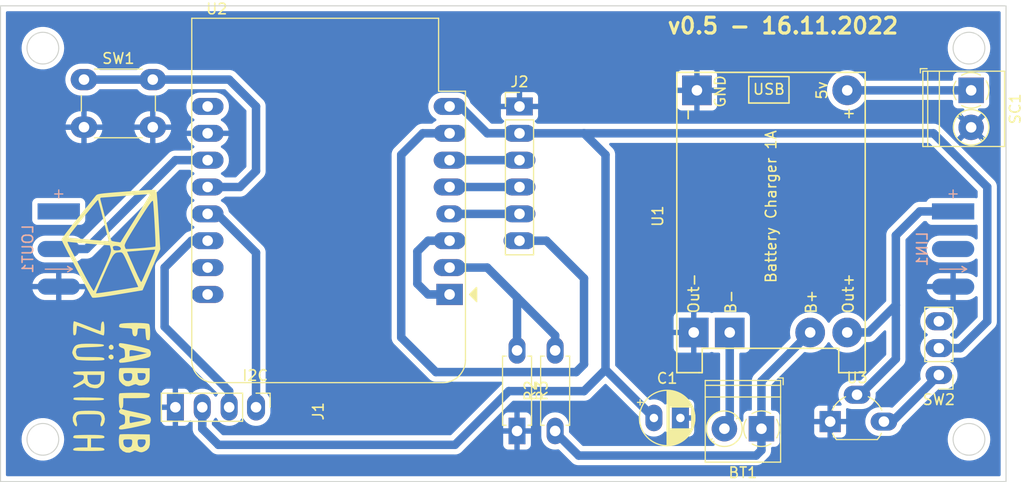
<source format=kicad_pcb>
(kicad_pcb (version 20211014) (generator pcbnew)
  (layers (0 "F.Cu" signal) (31 "B.Cu" signal) (34 "B.Paste" user) (35 "F.Paste" user) (36 "B.SilkS" user "B.Silkscreen") (37 "F.SilkS" user "F.Silkscreen") (38 "B.Mask" user) (39 "F.Mask" user) (44 "Edge.Cuts" user))
  (net 0 "")
  (net 1 "BATTERY")
  (net 2 "Net-(BT1-Pad2)")
  (net 3 "+3V3")
  (net 4 "GND")
  (net 5 "Neopixel")
  (net 6 "RST")
  (net 7 "SCK")
  (net 8 "MISO")
  (net 10 "MOSI")
  (net 11 "CS")
  (net 12 "SDA")
  (net 13 "SCL")
  (net 17 "Net-(SC1-Pad1)")
  (net 18 "A0")
  (net 19 "ROTARY_SWITCH")
  (net 20 "Net-(U3-Pad3)")
  (net 21 "/VOUT")
  (footprint "Connector_PinHeader_2.54mm:PinHeader_1x04_P2.54mm_Vertical" (layer "F.Cu") (at 104.14 92.964 -90)
    (fp_text reference "J1" (at 0.3836 -5.8776 -270) (layer "F.SilkS"))
    (fp_text value "I2C" (at -3 0.08) (layer "F.SilkS"))
    (pad "1" thru_hole oval (at 0 0 270) (size 2.5 1.7) (drill 1) (layers *.Cu *.Mask) (net 12 "SDA"))
    (pad "2" thru_hole oval (at 0 2.54 270) (size 2.5 1.6) (drill 1) (layers *.Cu *.Mask) (net 13 "SCL"))
    (pad "3" thru_hole oval (at 0 5.08 270) (size 2.5 1.6) (drill 1) (layers *.Cu *.Mask) (net 3 "+3V3"))
    (pad "4" thru_hole rect (at 0 7.62 270) (size 2.5 1.6) (drill 1) (layers *.Cu *.Mask) (net 4 "GND"))
  )
  (footprint "Package_TO_SOT_THT:TO-92L_Wide" (layer "F.Cu") (at 158.3835 94.322)
    (fp_text reference "U3" (at 2.55 -4.15) (layer "F.SilkS"))
    (fp_text value "MCP1700-3302E")
    (pad "1" thru_hole rect (at 0 0) (size 2 2) (drill 1) (layers *.Cu *.Mask) (net 4 "GND"))
    (pad "2" thru_hole oval (at 2.54 -2.54) (size 2.5 1.7) (drill 1) (layers *.Cu *.Mask) (net 21 "/VOUT"))
    (pad "3" thru_hole oval (at 5.08 0) (size 2.5 1.7) (drill 1) (layers *.Cu *.Mask) (net 20 "Net-(U3-Pad3)"))
  )
  (footprint "Module:WEMOS_D1_mini_light" (layer "F.Cu") (at 122.428 82.296 180)
    (fp_text reference "U2" (at 22 27) (layer "F.SilkS"))
    (fp_text value "WeMos_D1_mini")
    (pad "1" thru_hole rect (at 0 0 180) (size 2.5 2) (drill 1) (layers *.Cu *.Mask) (net 6 "RST"))
    (pad "2" thru_hole oval (at 0 2.54 180) (size 3 1.6) (drill 1) (layers *.Cu *.Mask) (net 18 "A0"))
    (pad "3" thru_hole oval (at 0 5.08 180) (size 3 1.6) (drill 1) (layers *.Cu *.Mask) (net 6 "RST"))
    (pad "4" thru_hole oval (at 0 7.62 180) (size 2.5 1.6) (drill 1) (layers *.Cu *.Mask) (net 7 "SCK"))
    (pad "5" thru_hole oval (at 0 10.16 180) (size 3 1.6) (drill 1) (layers *.Cu *.Mask) (net 8 "MISO"))
    (pad "6" thru_hole oval (at 0 12.7 180) (size 3 1.6) (drill 1) (layers *.Cu *.Mask) (net 10 "MOSI"))
    (pad "7" thru_hole oval (at 0 15.24 180) (size 3 1.6) (drill 1) (layers *.Cu *.Mask) (net 11 "CS"))
    (pad "8" thru_hole oval locked (at 0 17.78 180) (size 3 1.6) (drill 1) (layers *.Cu *.Mask) (net 3 "+3V3"))
    (pad "9" thru_hole oval (at 22.86 17.78 180) (size 3 1.6) (drill 1) (layers *.Cu *.Mask))
    (pad "10" thru_hole oval (at 22.86 15.24 180) (size 3 1.6) (drill 1) (layers *.Cu *.Mask) (net 4 "GND"))
    (pad "11" thru_hole oval (at 22.86 12.7 180) (size 3 1.6) (drill 1) (layers *.Cu *.Mask) (net 5 "Neopixel"))
    (pad "12" thru_hole oval (at 22.86 10.16 180) (size 3 1.6) (drill 1) (layers *.Cu *.Mask) (net 19 "ROTARY_SWITCH"))
    (pad "13" thru_hole oval (at 22.86 7.62 180) (size 3 1.6) (drill 1) (layers *.Cu *.Mask) (net 12 "SDA"))
    (pad "14" thru_hole oval (at 22.86 5.08 180) (size 3 1.6) (drill 1) (layers *.Cu *.Mask) (net 13 "SCL"))
    (pad "15" thru_hole oval (at 22.86 2.54 180) (size 3 1.6) (drill 1) (layers *.Cu *.Mask))
    (pad "16" thru_hole oval (at 22.86 0 180) (size 3 1.6) (drill 1) (layers *.Cu *.Mask))
  )
  (footprint "Connector_PinHeader_2.54mm:PinHeader_1x06_P2.54mm_Vertical" (layer "F.Cu") (at 129.032 64.516)
    (fp_text reference "J2" (at 0 -2.33) (layer "F.SilkS"))
    (fp_text value "Conn_01x06_Male")
    (pad "1" thru_hole rect (at 0 0) (size 2.5 1.7) (drill 1) (layers *.Cu *.Mask) (net 4 "GND"))
    (pad "2" thru_hole oval (at 0 2.54) (size 3 1.6) (drill 1) (layers *.Cu *.Mask) (net 3 "+3V3"))
    (pad "3" thru_hole oval (at 0 5.08) (size 3 1.6) (drill 1) (layers *.Cu *.Mask) (net 10 "MOSI"))
    (pad "4" thru_hole oval (at 0 7.62) (size 3 1.6) (drill 1) (layers *.Cu *.Mask) (net 8 "MISO"))
    (pad "5" thru_hole oval (at 0 10.16) (size 3 1.6) (drill 1) (layers *.Cu *.Mask) (net 7 "SCK"))
    (pad "6" thru_hole oval (at 0 12.7) (size 3 1.6) (drill 1) (layers *.Cu *.Mask) (net 11 "CS"))
  )
  (footprint "Button_Switch_THT:SW_PUSH_6mm_H4.3mm" (layer "F.Cu") (at 87.884 61.976)
    (fp_text reference "SW1" (at 3.25 -2) (layer "F.SilkS"))
    (fp_text value "SW_Push")
    (pad "1" thru_hole oval (at 0 0) (size 2.5 2) (drill 1) (layers *.Cu *.Mask) (net 19 "ROTARY_SWITCH"))
    (pad "1" thru_hole oval (at 6.5 0) (size 2.5 2) (drill 1) (layers *.Cu *.Mask) (net 19 "ROTARY_SWITCH"))
    (pad "2" thru_hole oval (at 6.5 4.5) (size 2.5 2) (drill 1) (layers *.Cu *.Mask) (net 4 "GND"))
    (pad "2" thru_hole oval (at 0 4.5) (size 2.5 2) (drill 1) (layers *.Cu *.Mask) (net 4 "GND"))
  )
  (footprint "Capacitor_THT:CP_Radial_D5.0mm_P2.50mm" (layer "F.Cu") (at 141.732 93.98)
    (fp_text reference "C1" (at 1.25 -3.75) (layer "F.SilkS"))
    (fp_text value "C_Polarized")
    (pad "1" thru_hole oval (at 0 0) (size 1.6 2.5) (drill 0.8) (layers *.Cu *.Mask) (net 3 "+3V3"))
    (pad "2" thru_hole rect (at 2.5 0) (size 1.6 2.5) (drill 0.8) (layers *.Cu *.Mask) (net 4 "GND"))
  )
  (footprint "Connector_PinHeader_2.54mm:PinHeader_1x03_P2.54mm_Vertical" (layer "F.Cu") (at 168.656 89.916 180)
    (fp_text reference "SW2" (at 0 -2.33) (layer "F.SilkS"))
    (fp_text value "ON_OFF")
    (pad "1" thru_hole oval (at 0 0 180) (size 2.5 1.7) (drill 1) (layers *.Cu *.Mask) (net 20 "Net-(U3-Pad3)"))
    (pad "2" thru_hole oval (at 0 2.54 180) (size 2.5 1.7) (drill 1) (layers *.Cu *.Mask) (net 3 "+3V3"))
    (pad "3" thru_hole oval (at 0 5.08 180) (size 2.5 1.7) (drill 1) (layers *.Cu *.Mask))
  )
  (footprint "LOGO" (layer "F.Cu") (at 91.174207 85.080142 -90)
    (fp_text reference "G***" hide)
    (fp_text value "LOGO" hide)
  )
  (footprint "TerminalBlock_Phoenix:TerminalBlock_Phoenix_PT-1,5-2-3.5-H_1x02_P3.50mm_Horizontal" (layer "F.Cu") (at 151.892 94.996 180)
    (fp_text reference "BT1" (at 1.75 -4.16) (layer "F.SilkS"))
    (fp_text value "Battery_Cell")
    (pad "1" thru_hole rect (at 0 0 180) (size 2.4 2.4) (drill 1) (layers *.Cu *.Mask) (net 1 "BATTERY"))
    (pad "2" thru_hole circle (at 3.5 0 180) (size 2.4 2.4) (drill 1) (layers *.Cu *.Mask) (net 2 "Net-(BT1-Pad2)"))
  )
  (footprint "Resistor_THT:R_Axial_DIN0207_L6.3mm_D2.5mm_P7.62mm_Horizontal" (layer "F.Cu") (at 128.8 87.59 -90)
    (fp_text reference "R3" (at 3.81 -2.37 90) (layer "F.SilkS"))
    (fp_text value "R")
    (pad "1" thru_hole oval (at 0 0 270) (size 2.5 1.6) (drill 1) (layers *.Cu *.Mask) (net 18 "A0"))
    (pad "2" thru_hole rect (at 7.62 0 270) (size 2.5 1.6) (drill 1) (layers *.Cu *.Mask) (net 4 "GND"))
  )
  (footprint "TP4056:TP4056" (layer "F.Cu") (at 161.696 61.292 -90)
    (fp_text reference "U1" (at 13.6 19.6 -270) (layer "F.SilkS"))
    (fp_text value "TP4056")
    (fp_text user "+" (at 3.9 1.6 -270) (layer "F.SilkS"))
    (fp_text user "Battery Charger 1A" (at 12.7 8.9 -270) (layer "F.SilkS"))
    (fp_text user "B+" (at 21.7 5.1 -270) (layer "F.SilkS"))
    (fp_text user "Out-" (at 20.9 16.2 -270) (layer "F.SilkS"))
    (fp_text user "-" (at 4 16.8 -270) (layer "F.SilkS"))
    (fp_text user "USB" (at 1.6 9.1) (layer "F.SilkS"))
    (fp_text user "B-" (at 21.7 12.7 -270) (layer "F.SilkS"))
    (fp_text user "5v" (at 1.7 4.1 -270) (layer "F.SilkS"))
    (fp_text user "GND" (at 1.8 13.7 -270) (layer "F.SilkS"))
    (fp_text user "Out+" (at 20.9 1.6 -270) (layer "F.SilkS"))
    (pad "1" thru_hole circle locked (at 1.7 1.7 270) (size 2.8 2.8) (drill 1) (layers *.Cu *.Mask) (net 17 "Net-(SC1-Pad1)"))
    (pad "2" thru_hole rect locked (at 1.7 15.9 270) (size 2.8 2.8) (drill 1) (layers *.Cu *.Mask) (net 4 "GND"))
    (pad "3" thru_hole circle locked (at 24.6 1.7 270) (size 2.8 2.8) (drill 1) (layers *.Cu *.Mask) (net 21 "/VOUT"))
    (pad "4" thru_hole rect locked (at 24.6 16.2 270) (size 2.8 2.8) (drill 1) (layers *.Cu *.Mask) (net 4 "GND"))
    (pad "5" thru_hole circle locked (at 24.6 5.2 270) (size 2.8 2.8) (drill 1) (layers *.Cu *.Mask) (net 1 "BATTERY"))
    (pad "6" thru_hole rect locked (at 24.6 12.8 270) (size 2.8 2.8) (drill 1) (layers *.Cu *.Mask) (net 2 "Net-(BT1-Pad2)"))
  )
  (footprint "TerminalBlock_Phoenix:TerminalBlock_Phoenix_PT-1,5-2-3.5-H_1x02_P3.50mm_Horizontal" (layer "F.Cu") (at 171.704 62.992 -90)
    (fp_text reference "SC1" (at 1.75 -4.16 90) (layer "F.SilkS"))
    (fp_text value "Solar_Cell")
    (pad "1" thru_hole rect (at 0 0 270) (size 2.4 2.4) (drill 1) (layers *.Cu *.Mask) (net 17 "Net-(SC1-Pad1)"))
    (pad "2" thru_hole circle (at 3.5 0 270) (size 2.4 2.4) (drill 1) (layers *.Cu *.Mask) (net 4 "GND"))
  )
  (footprint "Resistor_THT:R_Axial_DIN0207_L6.3mm_D2.5mm_P7.62mm_Horizontal" (layer "F.Cu") (at 132.4 95.21 90)
    (fp_text reference "R2" (at 3.81 -2.37 90) (layer "F.SilkS"))
    (fp_text value "R")
    (pad "1" thru_hole oval (at 0 0 90) (size 2.5 1.6) (drill 1) (layers *.Cu *.Mask) (net 1 "BATTERY"))
    (pad "2" thru_hole oval (at 7.62 0 90) (size 2.5 1.6) (drill 1) (layers *.Cu *.Mask) (net 18 "A0"))
  )
  (footprint "NeopixelStrip:LED-Strip" (layer "B.Cu") (at 85.5 78 -90)
    (fp_text reference "LOUT1" (at 0 2.921 90 unlocked) (layer "B.SilkS") (effects (justify mirror)))
    (fp_text value "LEDs_Out" hide)
    (pad "1" connect rect (at -3.556 0 270) (size 1.524 4) (layers "B.Cu" "B.Mask"))
    (pad "2" connect oval (at 0 0 270) (size 1.524 4) (layers "B.Cu" "B.Mask") (net 5 "Neopixel"))
    (pad "3" connect oval (at 3.556 0 270) (size 1.524 4) (layers "B.Cu" "B.Mask") (net 4 "GND"))
  )
  (footprint "NeopixelStrip:LED-Strip" (layer "B.Cu") (at 170 78 -90)
    (fp_text reference "LIN1" (at 0 2.921 90 unlocked) (layer "B.SilkS") (effects (justify mirror)))
    (fp_text value "LEDs_In" hide)
    (pad "1" connect rect (at -3.556 0 270) (size 1.524 4) (layers "B.Cu" "B.Mask") (net 21 "/VOUT"))
    (pad "2" connect oval (at 0 0 270) (size 1.524 4) (layers "B.Cu" "B.Mask"))
    (pad "3" connect oval (at 3.556 0 270) (size 1.524 4) (layers "B.Cu" "B.Mask") (net 4 "GND"))
  )
  (gr_circle (center 171.5 59) (end 173 59) (layer "Edge.Cuts") (width 0.1) (fill none))
  (gr_circle (center 84 96) (end 85.5 96) (layer "Edge.Cuts") (width 0.1) (fill none))
  (gr_circle (center 84 59) (end 85.5 59) (layer "Edge.Cuts") (width 0.1) (fill none))
  (gr_circle (center 171.5 96) (end 173 96) (layer "Edge.Cuts") (width 0.1) (fill none))
  (gr_rect (start 80 100) (end 175 55) (layer "Edge.Cuts") (width 0.1) (fill none))
  (gr_text "v0.5 - 16.11.2022" (at 153.924 56.896) (layer "F.SilkS") (effects (font (size 1.5 1.5) (thickness 0.3))))
  (segment (start 132.4 95.316) (end 132.4 95.21) (width 0.8) (layer "B.Cu") (net 1))
  (segment (start 134.62 97.536) (end 132.4 95.316) (width 0.8) (layer "B.Cu") (net 1))
  (segment (start 151.384 97.536) (end 134.62 97.536) (width 0.8) (layer "B.Cu") (net 1))
  (segment (start 151.892 94.996) (end 151.892 97.028) (width 0.8) (layer "B.Cu") (net 1))
  (segment (start 151.892 97.028) (end 151.384 97.536) (width 0.8) (layer "B.Cu") (net 1))
  (segment (start 151.892 94.996) (end 151.892 90.496) (width 0.8) (layer "B.Cu") (net 1))
  (segment (start 151.892 90.496) (end 156.496 85.892) (width 0.8) (layer "B.Cu") (net 1))
  (segment (start 148.896 85.892) (end 148.896 94.492) (width 0.8) (layer "B.Cu") (net 2))
  (segment (start 148.896 94.492) (end 148.392 94.996) (width 0.8) (layer "B.Cu") (net 2))
  (segment (start 135.128 91.44) (end 128.016 91.44) (width 0.8) (layer "B.Cu") (net 3))
  (segment (start 137.16 69.088) (end 137.16 89.408) (width 0.8) (layer "B.Cu") (net 3))
  (segment (start 128.016 91.44) (end 122.936 96.52) (width 0.8) (layer "B.Cu") (net 3))
  (segment (start 135.128 67.056) (end 137.16 69.088) (width 0.8) (layer "B.Cu") (net 3))
  (segment (start 123.444 64.516) (end 122.428 64.516) (width 0.8) (layer "B.Cu") (net 3))
  (segment (start 100.584 96.52) (end 99.06 94.996) (width 0.8) (layer "B.Cu") (net 3))
  (segment (start 122.936 96.52) (end 100.584 96.52) (width 0.8) (layer "B.Cu") (net 3))
  (segment (start 141.732 93.98) (end 137.16 89.408) (width 0.8) (layer "B.Cu") (net 3))
  (segment (start 170.688 87.376) (end 168.656 87.376) (width 0.8) (layer "B.Cu") (net 3))
  (segment (start 168.148 67.056) (end 173.228 72.136) (width 0.8) (layer "B.Cu") (net 3))
  (segment (start 99.06 94.996) (end 99.06 92.964) (width 0.8) (layer "B.Cu") (net 3))
  (segment (start 173.228 84.836) (end 170.688 87.376) (width 0.8) (layer "B.Cu") (net 3))
  (segment (start 173.228 72.136) (end 173.228 84.836) (width 0.8) (layer "B.Cu") (net 3))
  (segment (start 125.984 67.056) (end 123.444 64.516) (width 0.8) (layer "B.Cu") (net 3))
  (segment (start 129.032 67.056) (end 125.984 67.056) (width 0.8) (layer "B.Cu") (net 3))
  (segment (start 129.032 67.056) (end 135.128 67.056) (width 0.8) (layer "B.Cu") (net 3))
  (segment (start 137.16 89.408) (end 135.128 91.44) (width 0.8) (layer "B.Cu") (net 3))
  (segment (start 135.128 67.056) (end 168.148 67.056) (width 0.8) (layer "B.Cu") (net 3))
  (segment (start 96.52 69.596) (end 99.568 69.596) (width 0.8) (layer "B.Cu") (net 5))
  (segment (start 88.116 78) (end 96.52 69.596) (width 0.8) (layer "B.Cu") (net 5))
  (segment (start 85.5 78) (end 88.116 78) (width 0.8) (layer "B.Cu") (net 5))
  (segment (start 119.38 81.28) (end 120.396 82.296) (width 0.8) (layer "B.Cu") (net 6))
  (segment (start 120.396 82.296) (end 122.428 82.296) (width 0.8) (layer "B.Cu") (net 6))
  (segment (start 120.396 77.216) (end 119.38 78.232) (width 0.8) (layer "B.Cu") (net 6))
  (segment (start 119.38 78.232) (end 119.38 81.28) (width 0.8) (layer "B.Cu") (net 6))
  (segment (start 122.428 77.216) (end 120.396 77.216) (width 0.8) (layer "B.Cu") (net 6))
  (segment (start 122.428 74.676) (end 129.032 74.676) (width 0.8) (layer "B.Cu") (net 7))
  (segment (start 122.428 72.136) (end 129.032 72.136) (width 0.8) (layer "B.Cu") (net 8))
  (segment (start 122.428 69.596) (end 129.032 69.596) (width 0.8) (layer "B.Cu") (net 10))
  (segment (start 119.888 67.056) (end 117.856 69.088) (width 0.8) (layer "B.Cu") (net 11))
  (segment (start 135.128 88.9) (end 134.388 89.64) (width 0.8) (layer "B.Cu") (net 11))
  (segment (start 131.572 77.216) (end 129.032 77.216) (width 0.8) (layer "B.Cu") (net 11))
  (segment (start 122.428 67.056) (end 119.888 67.056) (width 0.8) (layer "B.Cu") (net 11))
  (segment (start 117.856 86.36) (end 121.136 89.64) (width 0.8) (layer "B.Cu") (net 11))
  (segment (start 121.136 89.64) (end 134.388 89.64) (width 0.8) (layer "B.Cu") (net 11))
  (segment (start 135.128 80.772) (end 131.572 77.216) (width 0.8) (layer "B.Cu") (net 11))
  (segment (start 135.128 88.9) (end 135.128 80.772) (width 0.8) (layer "B.Cu") (net 11))
  (segment (start 117.856 69.088) (end 117.856 86.36) (width 0.8) (layer "B.Cu") (net 11))
  (segment (start 104.14 78.348) (end 100.468 74.676) (width 0.8) (layer "B.Cu") (net 12))
  (segment (start 104.14 92.964) (end 104.14 78.348) (width 0.8) (layer "B.Cu") (net 12))
  (segment (start 100.468 74.676) (end 99.568 74.676) (width 0.8) (layer "B.Cu") (net 12))
  (segment (start 98.044 77.216) (end 99.568 77.216) (width 0.8) (layer "B.Cu") (net 13))
  (segment (start 101.6 92.964) (end 101.6 91.44) (width 0.8) (layer "B.Cu") (net 13))
  (segment (start 101.6 91.44) (end 95.504 85.344) (width 0.8) (layer "B.Cu") (net 13))
  (segment (start 95.504 85.344) (end 95.504 79.756) (width 0.8) (layer "B.Cu") (net 13))
  (segment (start 95.504 79.756) (end 98.044 77.216) (width 0.8) (layer "B.Cu") (net 13))
  (segment (start 171.704 62.992) (end 159.996 62.992) (width 0.8) (layer "B.Cu") (net 17))
  (segment (start 125.984 79.756) (end 128.8 82.572) (width 0.8) (layer "B.Cu") (net 18))
  (segment (start 122.428 79.756) (end 125.984 79.756) (width 0.8) (layer "B.Cu") (net 18))
  (segment (start 132.4 86.172) (end 132.4 87.59) (width 0.8) (layer "B.Cu") (net 18))
  (segment (start 128.8 82.572) (end 132.4 86.172) (width 0.8) (layer "B.Cu") (net 18))
  (segment (start 128.8 82.572) (end 128.8 87.59) (width 0.8) (layer "B.Cu") (net 18))
  (segment (start 94.384 61.976) (end 87.884 61.976) (width 0.8) (layer "B.Cu") (net 19))
  (segment (start 99.568 72.136) (end 102.616 72.136) (width 0.8) (layer "B.Cu") (net 19))
  (segment (start 104.14 64.516) (end 101.6 61.976) (width 0.8) (layer "B.Cu") (net 19))
  (segment (start 102.616 72.136) (end 104.14 70.612) (width 0.8) (layer "B.Cu") (net 19))
  (segment (start 101.6 61.976) (end 94.384 61.976) (width 0.8) (layer "B.Cu") (net 19))
  (segment (start 104.14 70.612) (end 104.14 64.516) (width 0.8) (layer "B.Cu") (net 19))
  (segment (start 163.4635 94.322) (end 164.25 94.322) (width 0.8) (layer "B.Cu") (net 20))
  (segment (start 164.25 94.322) (end 168.656 89.916) (width 0.8) (layer "B.Cu") (net 20))
  (segment (start 166.856 74.444) (end 170 74.444) (width 0.8) (layer "B.Cu") (net 21))
  (segment (start 159.996 85.892) (end 162.012 85.892) (width 0.8) (layer "B.Cu") (net 21))
  (segment (start 160.9235 91.782) (end 161.202 91.782) (width 0.8) (layer "B.Cu") (net 21))
  (segment (start 164.592 83.312) (end 164.592 76.708) (width 0.8) (layer "B.Cu") (net 21))
  (segment (start 161.202 91.782) (end 164.592 88.392) (width 0.8) (layer "B.Cu") (net 21))
  (segment (start 162.012 85.892) (end 164.592 83.312) (width 0.8) (layer "B.Cu") (net 21))
  (segment (start 164.592 88.392) (end 164.592 83.312) (width 0.8) (layer "B.Cu") (net 21))
  (segment (start 164.592 76.708) (end 166.856 74.444) (width 0.8) (layer "B.Cu") (net 21))
  (zone (net 4) (net_name "GND") (layer "B.Cu") (connect_pads (clearance 0.508)) (min_thickness 0.254) (fill yes (thermal_gap 0.508) (thermal_bridge_width 0.508))
    (polygon (pts (xy 176.476 100) (xy 80 100) (xy 80 55) (xy 176.476 55)))
  )
)
</source>
